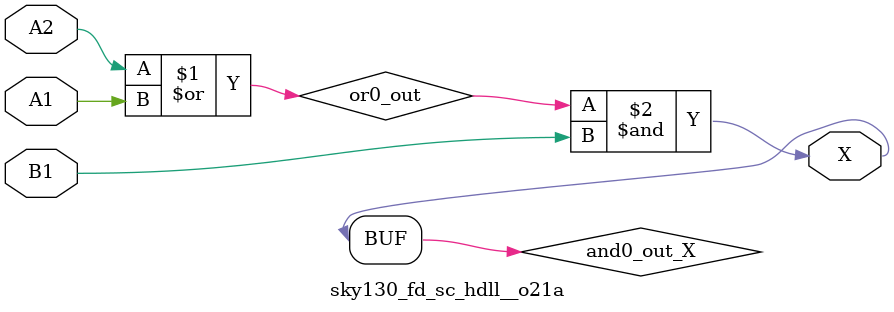
<source format=v>



module sky130_fd_sc_hdll__o21a (
    X ,
    A1,
    A2,
    B1
);

    output X ;
    input  A1;
    input  A2;
    input  B1;

    wire or0_out   ;
    wire and0_out_X;

    or  or0  (or0_out   , A2, A1         );
    and and0 (and0_out_X, or0_out, B1    );
    buf buf0 (X         , and0_out_X     );

endmodule

</source>
